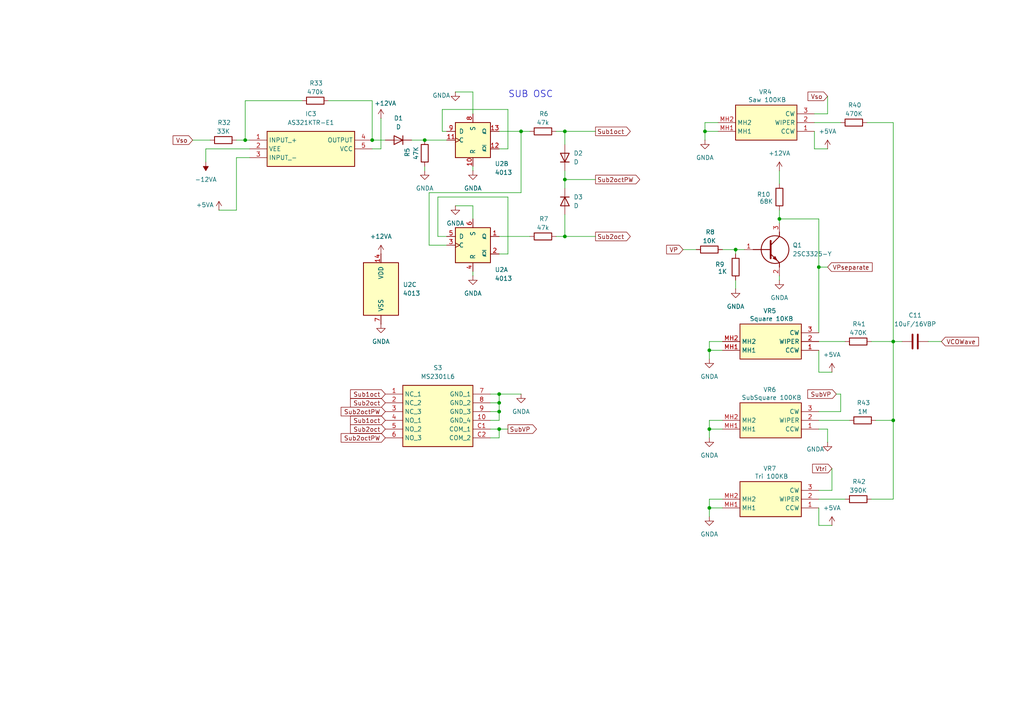
<source format=kicad_sch>
(kicad_sch (version 20250114) (generator "eeschema") (generator_version "9.0")
  (paper "A4")
  (lib_symbols
    (symbol "4xxx:4013" (pin_names (offset 1.016))
      (property "Reference" "U" (at -7.62 8.89 0))
      (property "Value" "4013" (at -7.62 -8.89 0))
      (symbol "4013_1_1"
        (rectangle (start -5.08 5.08) (end 5.08 -5.08) (stroke (width 0.254)) (fill (type background)))
        (pin input line (at -7.62 2.54 0) (length 2.54) (name "D") (number "5"))
        (pin input clock (at -7.62 0 0) (length 2.54) (name "C") (number "3"))
        (pin input line (at 0 7.62 270) (length 2.54) (name "S") (number "6"))
        (pin input line (at 0 -7.62 90) (length 2.54) (name "R") (number "4"))
        (pin output line (at 7.62 2.54 180) (length 2.54) (name "Q") (number "1"))
        (pin output line (at 7.62 -2.54 180) (length 2.54) (name "~{Q}") (number "2"))
      )
      (symbol "4013_2_1"
        (rectangle (start -5.08 5.08) (end 5.08 -5.08) (stroke (width 0.254)) (fill (type background)))
        (pin input line (at -7.62 2.54 0) (length 2.54) (name "D") (number "9"))
        (pin input clock (at -7.62 0 0) (length 2.54) (name "C") (number "11"))
        (pin input line (at 0 7.62 270) (length 2.54) (name "S") (number "8"))
        (pin input line (at 0 -7.62 90) (length 2.54) (name "R") (number "10"))
        (pin output line (at 7.62 2.54 180) (length 2.54) (name "Q") (number "13"))
        (pin output line (at 7.62 -2.54 180) (length 2.54) (name "~{Q}") (number "12"))
      )
      (symbol "4013_3_0"
        (pin power_in line (at 0 10.16 270) (length 2.54) (name "VDD") (number "14"))
        (pin power_in line (at 0 -10.16 90) (length 2.54) (name "VSS") (number "7"))
      )
      (symbol "4013_3_1"
        (rectangle (start -5.08 7.62) (end 5.08 -7.62) (stroke (width 0.254)) (fill (type background)))
      )
    )
    (symbol "Device:C" (pin_numbers (hide yes)) (pin_names (offset 0.254))
      (property "Reference" "C" (at 0.635 2.54 0))
      (property "Value" "C" (at 0.635 -2.54 0))
      (symbol "C_0_1"
        (polyline (pts (xy -2.032 0.762) (xy 2.032 0.762)) (stroke (width 0.508)))
        (polyline (pts (xy -2.032 -0.762) (xy 2.032 -0.762)) (stroke (width 0.508)))
      )
      (symbol "C_1_1"
        (pin passive line (at 0 3.81 270) (length 2.794) (name "~") (number "1"))
        (pin passive line (at 0 -3.81 90) (length 2.794) (name "~") (number "2"))
      )
    )
    (symbol "Device:D" (pin_numbers (hide yes)) (pin_names (offset 1.016) (hide yes))
      (property "Reference" "D" (at 0 2.54 0))
      (property "Value" "D" (at 0 -2.54 0))
      (symbol "D_0_1"
        (polyline (pts (xy -1.27 1.27) (xy -1.27 -1.27)) (stroke (width 0.254)))
        (polyline (pts (xy 1.27 1.27) (xy 1.27 -1.27) (xy -1.27 0) (xy 1.27 1.27)) (stroke (width 0.254)))
        (polyline (pts (xy 1.27 0) (xy -1.27 0)))
      )
      (symbol "D_1_1"
        (pin passive line (at -3.81 0 0) (length 2.54) (name "K") (number "1"))
        (pin passive line (at 3.81 0 180) (length 2.54) (name "A") (number "2"))
      )
    )
    (symbol "Device:R" (pin_numbers (hide yes)) (pin_names (offset 0))
      (property "Reference" "R" (at 2.032 0 90))
      (property "Value" "R" (at 0 0 90))
      (symbol "R_0_1"
        (rectangle (start -1.016 -2.54) (end 1.016 2.54) (stroke (width 0.254)))
      )
      (symbol "R_1_1"
        (pin passive line (at 0 3.81 270) (length 1.27) (name "~") (number "1"))
        (pin passive line (at 0 -3.81 90) (length 1.27) (name "~") (number "2"))
      )
    )
    (symbol "SamacSys_Parts:2SC3325-Y" (pin_names (hide yes))
      (property "Reference" "Q" (at 13.97 1.27 0))
      (property "Value" "2SC3325-Y" (at 13.97 -1.27 0))
      (symbol "2SC3325-Y_1_1"
        (polyline (pts (xy 2.54 0) (xy 7.62 0)) (stroke (width 0.254)))
        (polyline (pts (xy 7.62 2.54) (xy 7.62 -2.54)) (stroke (width 0.508)))
        (polyline (pts (xy 7.62 1.27) (xy 10.16 3.81)) (stroke (width 0.254)))
        (polyline (pts (xy 7.62 -1.27) (xy 10.16 -3.81)) (stroke (width 0.254)))
        (polyline (pts (xy 8.382 -2.54) (xy 8.89 -2.032) (xy 9.398 -3.048) (xy 8.382 -2.54)) (stroke (width 0.254)) (fill (type outline)))
        (circle (center 8.89 0) (radius 4.016) (stroke (width 0.254)))
        (polyline (pts (xy 10.16 3.81) (xy 10.16 5.08)) (stroke (width 0.254)))
        (polyline (pts (xy 10.16 -3.81) (xy 10.16 -5.08)) (stroke (width 0.254)))
        (pin passive line (at 0 0 0) (length 2.54) (name "B") (number "1"))
        (pin passive line (at 10.16 7.62 270) (length 2.54) (name "C") (number "3"))
        (pin passive line (at 10.16 -7.62 90) (length 2.54) (name "E") (number "2"))
      )
    )
    (symbol "SamacSys_Parts:AS321KTR-E1"
      (property "Reference" "D" (at 31.75 7.62 0))
      (property "Value" "AS321KTR-E1" (at 31.75 5.08 0))
      (symbol "AS321KTR-E1_1_1"
        (rectangle (start 5.08 2.54) (end 30.48 -7.62) (stroke (width 0.254)) (fill (type background)))
        (pin passive line (at 0 0 0) (length 5.08) (name "INPUT_+") (number "1"))
        (pin passive line (at 0 -2.54 0) (length 5.08) (name "VEE") (number "2"))
        (pin passive line (at 0 -5.08 0) (length 5.08) (name "INPUT_-") (number "3"))
        (pin passive line (at 35.56 0 180) (length 5.08) (name "OUTPUT") (number "4"))
        (pin passive line (at 35.56 -2.54 180) (length 5.08) (name "VCC") (number "5"))
      )
    )
    (symbol "SamacSys_Parts:MS2301L6"
      (property "Reference" "S" (at 26.67 7.62 0))
      (property "Value" "MS2301L6" (at 26.67 5.08 0))
      (symbol "MS2301L6_1_1"
        (rectangle (start 5.08 2.54) (end 25.4 -15.24) (stroke (width 0.254)) (fill (type background)))
        (pin passive line (at 0 0 0) (length 5.08) (name "NC_1") (number "1"))
        (pin passive line (at 0 -2.54 0) (length 5.08) (name "NC_2") (number "2"))
        (pin passive line (at 0 -5.08 0) (length 5.08) (name "NC_3") (number "3"))
        (pin passive line (at 0 -7.62 0) (length 5.08) (name "NO_1") (number "4"))
        (pin passive line (at 0 -10.16 0) (length 5.08) (name "NO_2") (number "5"))
        (pin passive line (at 0 -12.7 0) (length 5.08) (name "NO_3") (number "6"))
        (pin passive line (at 30.48 0 180) (length 5.08) (name "GND_1") (number "7"))
        (pin passive line (at 30.48 -2.54 180) (length 5.08) (name "GND_2") (number "8"))
        (pin passive line (at 30.48 -5.08 180) (length 5.08) (name "GND_3") (number "9"))
        (pin passive line (at 30.48 -7.62 180) (length 5.08) (name "GND_4") (number "10"))
        (pin passive line (at 30.48 -10.16 180) (length 5.08) (name "COM_1") (number "C1"))
        (pin passive line (at 30.48 -12.7 180) (length 5.08) (name "COM_2") (number "C2"))
      )
    )
    (symbol "SamacSys_Parts:RK09D117000B"
      (property "Reference" "VR" (at 24.13 7.62 0))
      (property "Value" "RK09D117000B" (at 24.13 5.08 0))
      (symbol "RK09D117000B_1_1"
        (rectangle (start 5.08 2.54) (end 22.86 -7.62) (stroke (width 0.254)) (fill (type background)))
        (pin passive line (at 0 0 0) (length 5.08) (name "CCW") (number "1"))
        (pin passive line (at 0 -2.54 0) (length 5.08) (name "WIPER") (number "2"))
        (pin passive line (at 0 -5.08 0) (length 5.08) (name "CW") (number "3"))
        (pin passive line (at 27.94 0 180) (length 5.08) (name "MH1") (number "MH1"))
        (pin passive line (at 27.94 -2.54 180) (length 5.08) (name "MH2") (number "MH2"))
      )
    )
    (symbol "power:+12VA" (power) (pin_numbers (hide yes)) (pin_names (offset 0) (hide yes))
      (property "Value" "+12VA" (at 0 3.556 0))
      (symbol "+12VA_0_1"
        (polyline (pts (xy -0.762 1.27) (xy 0 2.54)))
        (polyline (pts (xy 0 2.54) (xy 0.762 1.27)))
        (polyline (pts (xy 0 0) (xy 0 2.54)))
      )
      (symbol "+12VA_1_1"
        (pin power_in line (at 0 0 90) (length 0) (name "~") (number "1"))
      )
    )
    (symbol "power:+5VA" (power) (pin_numbers (hide yes)) (pin_names (offset 0) (hide yes))
      (property "Value" "+5VA" (at 0 3.556 0))
      (symbol "+5VA_0_1"
        (polyline (pts (xy -0.762 1.27) (xy 0 2.54)))
        (polyline (pts (xy 0 2.54) (xy 0.762 1.27)))
        (polyline (pts (xy 0 0) (xy 0 2.54)))
      )
      (symbol "+5VA_1_1"
        (pin power_in line (at 0 0 90) (length 0) (name "~") (number "1"))
      )
    )
    (symbol "power:-12VA" (power) (pin_numbers (hide yes)) (pin_names (offset 0) (hide yes))
      (property "Value" "-12VA" (at 0 3.556 0))
      (symbol "-12VA_0_0"
        (pin power_in line (at 0 0 90) (length 0) (name "~") (number "1"))
      )
      (symbol "-12VA_0_1"
        (polyline (pts (xy 0 0) (xy 0 1.27) (xy 0.762 1.27) (xy 0 2.54) (xy -0.762 1.27) (xy 0 1.27)) (fill (type outline)))
      )
    )
    (symbol "power:GNDA" (power) (pin_numbers (hide yes)) (pin_names (offset 0) (hide yes))
      (property "Value" "GNDA" (at 0 -3.81 0))
      (symbol "GNDA_0_1"
        (polyline (pts (xy 0 0) (xy 0 -1.27) (xy 1.27 -1.27) (xy 0 -2.54) (xy -1.27 -1.27) (xy 0 -1.27)))
      )
      (symbol "GNDA_1_1"
        (pin power_in line (at 0 0 270) (length 0) (name "~") (number "1"))
      )
    )
  )
  (text "SUB OSC" (at 153.924 27.432 0) (effects (font (size 1.905 1.905))))
  (junction (at 163.83 52.07))
  (junction (at 144.78 119.38))
  (junction (at 205.74 124.46))
  (junction (at 144.78 124.46))
  (junction (at 259.08 121.92))
  (junction (at 163.83 38.1))
  (junction (at 123.19 40.64))
  (junction (at 205.74 101.6))
  (junction (at 204.47 38.1))
  (junction (at 163.83 68.58))
  (junction (at 71.12 40.64))
  (junction (at 226.06 63.5))
  (junction (at 144.78 116.84))
  (junction (at 213.36 72.39))
  (junction (at 144.78 114.3))
  (junction (at 205.74 147.32))
  (junction (at 107.95 40.64))
  (junction (at 259.08 99.06))
  (junction (at 151.13 38.1))
  (junction (at 237.49 77.47))
  (wire (pts (xy 163.83 38.1) (xy 163.83 41.91)))
  (wire (pts (xy 209.55 144.78) (xy 205.74 144.78)))
  (wire (pts (xy 144.78 116.84) (xy 144.78 114.3)))
  (wire (pts (xy 127 57.15) (xy 127 68.58)))
  (wire (pts (xy 68.58 45.72) (xy 72.39 45.72)))
  (wire (pts (xy 163.83 68.58) (xy 172.72 68.58)))
  (wire (pts (xy 205.74 99.06) (xy 205.74 101.6)))
  (wire (pts (xy 237.49 152.4) (xy 237.49 147.32)))
  (wire (pts (xy 147.32 73.66) (xy 147.32 57.15)))
  (wire (pts (xy 124.46 71.12) (xy 129.54 71.12)))
  (wire (pts (xy 123.19 40.64) (xy 129.54 40.64)))
  (wire (pts (xy 237.49 124.46) (xy 240.03 124.46)))
  (wire (pts (xy 213.36 72.39) (xy 215.9 72.39)))
  (wire (pts (xy 243.84 114.3) (xy 242.57 114.3)))
  (wire (pts (xy 240.03 33.02) (xy 236.22 33.02)))
  (wire (pts (xy 144.78 124.46) (xy 147.32 124.46)))
  (wire (pts (xy 236.22 43.18) (xy 236.22 38.1)))
  (wire (pts (xy 142.24 119.38) (xy 144.78 119.38)))
  (wire (pts (xy 208.28 35.56) (xy 204.47 35.56)))
  (wire (pts (xy 147.32 57.15) (xy 127 57.15)))
  (wire (pts (xy 208.28 38.1) (xy 204.47 38.1)))
  (wire (pts (xy 151.13 38.1) (xy 151.13 55.88)))
  (wire (pts (xy 124.46 55.88) (xy 124.46 71.12)))
  (wire (pts (xy 237.49 99.06) (xy 245.11 99.06)))
  (wire (pts (xy 172.72 52.07) (xy 163.83 52.07)))
  (wire (pts (xy 259.08 99.06) (xy 261.62 99.06)))
  (wire (pts (xy 240.03 27.94) (xy 240.03 33.02)))
  (wire (pts (xy 237.49 144.78) (xy 245.11 144.78)))
  (wire (pts (xy 63.5 60.96) (xy 68.58 60.96)))
  (wire (pts (xy 252.73 144.78) (xy 259.08 144.78)))
  (wire (pts (xy 259.08 144.78) (xy 259.08 121.92)))
  (wire (pts (xy 137.16 78.74) (xy 137.16 80.01)))
  (wire (pts (xy 209.55 147.32) (xy 205.74 147.32)))
  (wire (pts (xy 142.24 124.46) (xy 144.78 124.46)))
  (wire (pts (xy 144.78 121.92) (xy 144.78 119.38)))
  (wire (pts (xy 107.95 40.64) (xy 111.76 40.64)))
  (wire (pts (xy 119.38 40.64) (xy 123.19 40.64)))
  (wire (pts (xy 198.12 72.39) (xy 201.93 72.39)))
  (wire (pts (xy 204.47 35.56) (xy 204.47 38.1)))
  (wire (pts (xy 204.47 38.1) (xy 204.47 40.64)))
  (wire (pts (xy 71.12 40.64) (xy 71.12 29.21)))
  (wire (pts (xy 226.06 60.96) (xy 226.06 63.5)))
  (wire (pts (xy 259.08 99.06) (xy 259.08 121.92)))
  (wire (pts (xy 252.73 99.06) (xy 259.08 99.06)))
  (wire (pts (xy 205.74 124.46) (xy 205.74 127)))
  (wire (pts (xy 95.25 29.21) (xy 107.95 29.21)))
  (wire (pts (xy 209.55 72.39) (xy 213.36 72.39)))
  (wire (pts (xy 163.83 62.23) (xy 163.83 68.58)))
  (wire (pts (xy 243.84 119.38) (xy 243.84 114.3)))
  (wire (pts (xy 241.3 107.95) (xy 237.49 107.95)))
  (wire (pts (xy 128.27 38.1) (xy 129.54 38.1)))
  (wire (pts (xy 132.08 59.69) (xy 137.16 59.69)))
  (wire (pts (xy 107.95 29.21) (xy 107.95 40.64)))
  (wire (pts (xy 209.55 121.92) (xy 205.74 121.92)))
  (wire (pts (xy 123.19 48.26) (xy 123.19 49.53)))
  (wire (pts (xy 209.55 101.6) (xy 205.74 101.6)))
  (wire (pts (xy 259.08 121.92) (xy 254 121.92)))
  (wire (pts (xy 161.29 38.1) (xy 163.83 38.1)))
  (wire (pts (xy 151.13 55.88) (xy 124.46 55.88)))
  (wire (pts (xy 163.83 49.53) (xy 163.83 52.07)))
  (wire (pts (xy 226.06 80.01) (xy 226.06 81.28)))
  (wire (pts (xy 142.24 127) (xy 144.78 127)))
  (wire (pts (xy 144.78 38.1) (xy 151.13 38.1)))
  (wire (pts (xy 144.78 114.3) (xy 151.13 114.3)))
  (wire (pts (xy 226.06 63.5) (xy 226.06 64.77)))
  (wire (pts (xy 237.49 77.47) (xy 240.03 77.47)))
  (wire (pts (xy 137.16 59.69) (xy 137.16 63.5)))
  (wire (pts (xy 144.78 43.18) (xy 147.32 43.18)))
  (wire (pts (xy 259.08 35.56) (xy 259.08 99.06)))
  (wire (pts (xy 237.49 119.38) (xy 243.84 119.38)))
  (wire (pts (xy 237.49 96.52) (xy 237.49 77.47)))
  (wire (pts (xy 68.58 40.64) (xy 71.12 40.64)))
  (wire (pts (xy 213.36 72.39) (xy 213.36 73.66)))
  (wire (pts (xy 142.24 121.92) (xy 144.78 121.92)))
  (wire (pts (xy 72.39 43.18) (xy 59.69 43.18)))
  (wire (pts (xy 241.3 142.24) (xy 237.49 142.24)))
  (wire (pts (xy 110.49 34.29) (xy 110.49 43.18)))
  (wire (pts (xy 128.27 31.75) (xy 128.27 38.1)))
  (wire (pts (xy 251.46 35.56) (xy 259.08 35.56)))
  (wire (pts (xy 71.12 40.64) (xy 72.39 40.64)))
  (wire (pts (xy 237.49 121.92) (xy 246.38 121.92)))
  (wire (pts (xy 137.16 26.67) (xy 137.16 33.02)))
  (wire (pts (xy 209.55 99.06) (xy 205.74 99.06)))
  (wire (pts (xy 142.24 116.84) (xy 144.78 116.84)))
  (wire (pts (xy 213.36 81.28) (xy 213.36 83.82)))
  (wire (pts (xy 144.78 68.58) (xy 153.67 68.58)))
  (wire (pts (xy 163.83 52.07) (xy 163.83 54.61)))
  (wire (pts (xy 71.12 29.21) (xy 87.63 29.21)))
  (wire (pts (xy 205.74 147.32) (xy 205.74 149.86)))
  (wire (pts (xy 236.22 35.56) (xy 243.84 35.56)))
  (wire (pts (xy 205.74 144.78) (xy 205.74 147.32)))
  (wire (pts (xy 163.83 68.58) (xy 161.29 68.58)))
  (wire (pts (xy 205.74 101.6) (xy 205.74 104.14)))
  (wire (pts (xy 144.78 119.38) (xy 144.78 116.84)))
  (wire (pts (xy 127 68.58) (xy 129.54 68.58)))
  (wire (pts (xy 68.58 60.96) (xy 68.58 45.72)))
  (wire (pts (xy 144.78 73.66) (xy 147.32 73.66)))
  (wire (pts (xy 137.16 48.26) (xy 137.16 49.53)))
  (wire (pts (xy 110.49 43.18) (xy 107.95 43.18)))
  (wire (pts (xy 59.69 43.18) (xy 59.69 46.99)))
  (wire (pts (xy 240.03 43.18) (xy 236.22 43.18)))
  (wire (pts (xy 147.32 43.18) (xy 147.32 31.75)))
  (wire (pts (xy 237.49 63.5) (xy 226.06 63.5)))
  (wire (pts (xy 226.06 49.53) (xy 226.06 53.34)))
  (wire (pts (xy 144.78 127) (xy 144.78 124.46)))
  (wire (pts (xy 269.24 99.06) (xy 273.05 99.06)))
  (wire (pts (xy 241.3 152.4) (xy 237.49 152.4)))
  (wire (pts (xy 147.32 31.75) (xy 128.27 31.75)))
  (wire (pts (xy 205.74 121.92) (xy 205.74 124.46)))
  (wire (pts (xy 142.24 114.3) (xy 144.78 114.3)))
  (wire (pts (xy 240.03 124.46) (xy 240.03 128.27)))
  (wire (pts (xy 151.13 38.1) (xy 153.67 38.1)))
  (wire (pts (xy 241.3 135.89) (xy 241.3 142.24)))
  (wire (pts (xy 237.49 107.95) (xy 237.49 101.6)))
  (wire (pts (xy 132.08 26.67) (xy 137.16 26.67)))
  (wire (pts (xy 55.88 40.64) (xy 60.96 40.64)))
  (wire (pts (xy 209.55 124.46) (xy 205.74 124.46)))
  (wire (pts (xy 237.49 63.5) (xy 237.49 77.47)))
  (wire (pts (xy 163.83 38.1) (xy 172.72 38.1)))
  (global_label "Sub2oct" (shape input) (at 111.76 116.84 180) (property "Intersheetrefs" "${INTERSHEET_REFS}" (effects (hide yes))))
  (global_label "Sub2oct" (shape input) (at 111.76 124.46 180) (property "Intersheetrefs" "${INTERSHEET_REFS}" (effects (hide yes))))
  (global_label "Sub2octPW" (shape input) (at 111.76 119.38 180) (property "Intersheetrefs" "${INTERSHEET_REFS}" (effects (hide yes))))
  (global_label "Vso" (shape input) (at 240.03 27.94 180) (property "Intersheetrefs" "${INTERSHEET_REFS}" (effects (hide yes))))
  (global_label "Sub2oct" (shape output) (at 172.72 68.58 0) (property "Intersheetrefs" "${INTERSHEET_REFS}" (effects (hide yes))))
  (global_label "VPseparate" (shape input) (at 240.03 77.47 0) (property "Intersheetrefs" "${INTERSHEET_REFS}" (effects (hide yes))))
  (global_label "Sub2octPW" (shape input) (at 111.76 127 180) (property "Intersheetrefs" "${INTERSHEET_REFS}" (effects (hide yes))))
  (global_label "VP" (shape input) (at 198.12 72.39 180) (property "Intersheetrefs" "${INTERSHEET_REFS}" (effects (hide yes))))
  (global_label "SubVP" (shape output) (at 147.32 124.46 0) (property "Intersheetrefs" "${INTERSHEET_REFS}" (effects (hide yes))))
  (global_label "Sub1oct" (shape input) (at 111.76 114.3 180) (property "Intersheetrefs" "${INTERSHEET_REFS}" (effects (hide yes))))
  (global_label "VCOWave" (shape input) (at 273.05 99.06 0) (property "Intersheetrefs" "${INTERSHEET_REFS}" (effects (hide yes))))
  (global_label "Sub2octPW" (shape output) (at 172.72 52.07 0) (property "Intersheetrefs" "${INTERSHEET_REFS}" (effects (hide yes))))
  (global_label "Sub1oct" (shape input) (at 111.76 121.92 180) (property "Intersheetrefs" "${INTERSHEET_REFS}" (effects (hide yes))))
  (global_label "SubVP" (shape input) (at 242.57 114.3 180) (property "Intersheetrefs" "${INTERSHEET_REFS}" (effects (hide yes))))
  (global_label "Sub1oct" (shape output) (at 172.72 38.1 0) (property "Intersheetrefs" "${INTERSHEET_REFS}" (effects (hide yes))))
  (global_label "Vtri" (shape input) (at 241.3 135.89 180) (property "Intersheetrefs" "${INTERSHEET_REFS}" (effects (hide yes))))
  (global_label "Vso" (shape input) (at 55.88 40.64 180) (property "Intersheetrefs" "${INTERSHEET_REFS}" (effects (hide yes))))
  (symbol (lib_id "power:-12VA") (at 59.69 46.99 180) (unit 1)
    (property "Reference" "#PWR032" (effects (hide yes)))
    (property "Value" "-12VA" (at 59.69 52.07 0))
    (property "Description" "Power symbol creates a global label with name \"-12VA\"" (effects (hide yes)))
  )
  (symbol (lib_id "SamacSys_Parts:RK09D117000B") (at 237.49 147.32 180) (unit 1)
    (property "Reference" "VR7" (at 223.266 135.89 0))
    (property "Value" "Tri 100KB" (at 223.774 138.176 0))
    (property "Footprint" "SamacSys_parts:RK09D117000B" (effects (hide yes)))
    (property "Datasheet" "https://tech.alpsalpine.com/prod/j/html/potentiometer/rotarypotentiometers/rk09k/rk09d117000b.html" (effects (hide yes)))
    (property "Description" "9-inch insulated shaft snap-in type RK09K/RK09D series" (effects (hide yes)))
    (property "Height" "30" (effects (hide yes)))
    (property "Manufacturer_Name" "ALPS Electric" (effects (hide yes)))
    (property "Manufacturer_Part_Number" "RK09D117000B" (effects (hide yes)))
    (property "Mouser Part Number" "688-RK09D117000B" (effects (hide yes)))
    (property "Mouser Price/Stock" "https://www.mouser.co.uk/ProductDetail/Alps-Alpine/RK09D117000B?qs=3cOf6TWd2rbc67829PEbEQ%3D%3D" (effects (hide yes)))
  )
  (symbol (lib_id "Device:R") (at 213.36 77.47 180) (unit 1)
    (property "Reference" "R38" (at 208.788 76.708 0))
    (property "Value" "1K" (at 209.55 78.74 0))
    (property "Footprint" "Resistor_THT:R_Axial_DIN0207_L6.3mm_D2.5mm_P2.54mm_Vertical" (effects (hide yes)))
    (property "Description" "Resistor" (effects (hide yes)))
    (instances (project "analogSeparate" (path "" (reference "R9") (unit 1))) (project "analogSeparate" (path "" (reference "R38") (unit 1))))
  )
  (symbol (lib_id "power:GNDA") (at 204.47 40.64 0) (unit 1)
    (property "Reference" "#PWR043" (effects (hide yes)))
    (property "Value" "GNDA" (at 204.47 45.72 0))
    (property "Description" "Power symbol creates a global label with name \"GNDA\" , analog ground" (effects (hide yes)))
  )
  (symbol (lib_id "power:GNDA") (at 110.49 93.98 0) (unit 1)
    (property "Reference" "#PWR036" (effects (hide yes)))
    (property "Value" "GNDA" (at 110.49 99.06 0))
    (property "Description" "Power symbol creates a global label with name \"GNDA\" , analog ground" (effects (hide yes)))
    (instances (project "analogSeparate" (path "" (reference "#PWR035") (unit 1))) (project "analogSeparate" (path "" (reference "#PWR036") (unit 1))))
  )
  (symbol (lib_id "power:GNDA") (at 205.74 127 0) (unit 1)
    (property "Reference" "#PWR045" (effects (hide yes)))
    (property "Value" "GNDA" (at 205.74 132.08 0))
    (property "Description" "Power symbol creates a global label with name \"GNDA\" , analog ground" (effects (hide yes)))
  )
  (symbol (lib_id "Device:R") (at 157.48 68.58 90) (unit 1)
    (property "Reference" "R36" (at 157.734 63.5 90))
    (property "Value" "47k" (at 157.48 66.04 90))
    (property "Footprint" "Resistor_THT:R_Axial_DIN0207_L6.3mm_D2.5mm_P2.54mm_Vertical" (effects (hide yes)))
    (property "Description" "Resistor" (effects (hide yes)))
    (instances (project "analogSeparate" (path "" (reference "R7") (unit 1))) (project "analogSeparate" (path "" (reference "R36") (unit 1))))
  )
  (symbol (lib_id "SamacSys_Parts:AS321KTR-E1") (at 72.39 40.64 0) (unit 1)
    (property "Reference" "IC3" (at 90.17 33.02 0))
    (property "Value" "AS321KTR-E1" (at 90.17 35.56 0))
    (property "Footprint" "SamacSys_parts:SOT95P282X145-5N" (effects (hide yes)))
    (property "Datasheet" "https://www.diodes.com//assets/Datasheets/AS321.pdf" (effects (hide yes)))
    (property "Description" "Excellent Phase Margin: 60 deg.  Large Voltage Gain: 100dB (Typical)  Low Input Bias Current: 20nA (Typical)  Low Input Offset Voltage: 2mV (Typical)  Low Supply Current: 0.35mA at VCC = 5V  Wide Power Supply Voltage:  Single Supply: 3V to 36V  Dual Supplies: +/-1.5V to +/-18V  Wide Input Common Mode Voltage Range: 0V to VCC-1.5V  Lead-Free Packages: SOT25  Totally Lead-Free; RoHS Compliant (Notes 1 & 2)  Lead-Free Packages, Available in Green Molding Compound: SOT25  Totally Lead-F" (effects (hide yes)))
    (property "Height" "1.45" (effects (hide yes)))
    (property "Manufacturer_Name" "Diodes Incorporated" (effects (hide yes)))
    (property "Manufacturer_Part_Number" "AS321KTR-E1" (effects (hide yes)))
    (property "Mouser Part Number" "621-AS321KTR-E1" (effects (hide yes)))
    (property "Mouser Price/Stock" "https://www.mouser.co.uk/ProductDetail/Diodes-Incorporated/AS321KTR-E1?qs=5V6w%252Be2aIqbJH6DETpx4Lw%3D%3D" (effects (hide yes)))
    (property "Arrow Part Number" "AS321KTR-E1" (effects (hide yes)))
    (property "Arrow Price/Stock" "https://www.arrow.com/en/products/as321ktr-e1/diodes-incorporated?region=nac" (effects (hide yes)))
  )
  (symbol (lib_id "Device:D") (at 115.57 40.64 180) (unit 1)
    (property "Reference" "D1" (at 115.57 34.29 0))
    (property "Value" "D" (at 115.57 36.83 0))
    (property "Footprint" "Diode_THT:D_DO-15_P2.54mm_Vertical_AnodeUp" (effects (hide yes)))
    (property "Description" "Diode" (effects (hide yes)))
    (property "Sim.Device" "D" (effects (hide yes)))
    (property "Sim.Pins" "1=K 2=A" (effects (hide yes)))
  )
  (symbol (lib_id "SamacSys_Parts:MS2301L6") (at 111.76 114.3 0) (unit 1)
    (property "Reference" "S3" (at 127 106.68 0))
    (property "Value" "MS2301L6" (at 127 109.22 0))
    (property "Footprint" "SamacSys_parts:MS2301L6" (effects (hide yes)))
    (property "Datasheet" "https://www.citrelay.com/Catalog%20Pages/SwitchCatalog/MS2301.pdf" (effects (hide yes)))
    (property "Description" "SLIDE SWITCH DP3T 200MA 30VDC" (effects (hide yes)))
    (property "Height" "14.1" (effects (hide yes)))
    (property "Manufacturer_Name" "CIT Relay & Switch" (effects (hide yes)))
    (property "Manufacturer_Part_Number" "MS2301L6" (effects (hide yes)))
  )
  (symbol (lib_id "Device:R") (at 248.92 144.78 90) (unit 1)
    (property "Reference" "R42" (at 249.174 139.7 90))
    (property "Value" "390K" (at 248.92 142.24 90))
    (property "Footprint" "Resistor_THT:R_Axial_DIN0207_L6.3mm_D2.5mm_P2.54mm_Vertical" (effects (hide yes)))
    (property "Description" "Resistor" (effects (hide yes)))
  )
  (symbol (lib_id "power:GNDA") (at 205.74 149.86 0) (unit 1)
    (property "Reference" "#PWR046" (effects (hide yes)))
    (property "Value" "GNDA" (at 205.74 154.94 0))
    (property "Description" "Power symbol creates a global label with name \"GNDA\" , analog ground" (effects (hide yes)))
  )
  (symbol (lib_id "power:+5VA") (at 241.3 107.95 0) (unit 1)
    (property "Reference" "#PWR052" (effects (hide yes)))
    (property "Value" "+5VA" (at 241.3 102.87 0))
    (property "Description" "Power symbol creates a global label with name \"+5VA\"" (effects (hide yes)))
  )
  (symbol (lib_id "4xxx:4013") (at 137.16 40.64 0) (unit 2)
    (property "Reference" "IC4" (at 143.51 47.498 0) (effects (justify left)))
    (property "Value" "4013" (at 143.51 50.038 0) (effects (justify left)))
    (property "Footprint" "Package_SO:SOIC-14_3.9x8.7mm_P1.27mm" (effects (hide yes)))
    (property "Datasheet" "http://www.onsemi.com/pub/Collateral/MC14013B-D.PDF" (effects (hide yes)))
    (property "Description" "Dual D  FlipFlop, Set & reset" (effects (hide yes)))
    (instances (project "analogSeparate" (path "" (reference "U2") (unit 2))) (project "analogSeparate" (path "" (reference "IC4") (unit 2))))
  )
  (symbol (lib_id "4xxx:4013") (at 110.49 83.82 0) (unit 3)
    (property "Reference" "IC4" (at 116.84 82.5499 0) (effects (justify left)))
    (property "Value" "4013" (at 116.84 85.0899 0) (effects (justify left)))
    (property "Footprint" "Package_SO:SOIC-14_3.9x8.7mm_P1.27mm" (effects (hide yes)))
    (property "Datasheet" "http://www.onsemi.com/pub/Collateral/MC14013B-D.PDF" (effects (hide yes)))
    (property "Description" "Dual D  FlipFlop, Set & reset" (effects (hide yes)))
    (instances (project "analogSeparate" (path "" (reference "U2") (unit 3))) (project "analogSeparate" (path "" (reference "IC4") (unit 3))))
  )
  (symbol (lib_id "power:+5VA") (at 240.03 43.18 0) (unit 1)
    (property "Reference" "#PWR050" (effects (hide yes)))
    (property "Value" "+5VA" (at 240.03 38.1 0))
    (property "Description" "Power symbol creates a global label with name \"+5VA\"" (effects (hide yes)))
  )
  (symbol (lib_id "Device:R") (at 226.06 57.15 180) (unit 1)
    (property "Reference" "R39" (at 221.488 56.388 0))
    (property "Value" "68K" (at 222.25 58.42 0))
    (property "Footprint" "Resistor_THT:R_Axial_DIN0207_L6.3mm_D2.5mm_P2.54mm_Vertical" (effects (hide yes)))
    (property "Description" "Resistor" (effects (hide yes)))
    (instances (project "analogSeparate" (path "" (reference "R10") (unit 1))) (project "analogSeparate" (path "" (reference "R39") (unit 1))))
  )
  (symbol (lib_id "power:GNDA") (at 240.03 128.27 0) (unit 1)
    (property "Reference" "#PWR051" (effects (hide yes)))
    (property "Value" "GNDA" (at 236.474 130.302 0))
    (property "Description" "Power symbol creates a global label with name \"GNDA\" , analog ground" (effects (hide yes)))
  )
  (symbol (lib_id "Device:R") (at 123.19 44.45 180) (unit 1)
    (property "Reference" "R34" (at 118.11 44.196 90))
    (property "Value" "47K" (at 120.65 44.45 90))
    (property "Footprint" "Resistor_THT:R_Axial_DIN0207_L6.3mm_D2.5mm_P2.54mm_Vertical" (effects (hide yes)))
    (property "Description" "Resistor" (effects (hide yes)))
    (instances (project "analogSeparate" (path "" (reference "R5") (unit 1))) (project "analogSeparate" (path "" (reference "R34") (unit 1))))
  )
  (symbol (lib_id "power:GNDA") (at 151.13 114.3 0) (unit 1)
    (property "Reference" "#PWR042" (effects (hide yes)))
    (property "Value" "GNDA" (at 151.13 119.38 0))
    (property "Description" "Power symbol creates a global label with name \"GNDA\" , analog ground" (effects (hide yes)))
  )
  (symbol (lib_id "power:GNDA") (at 226.06 81.28 0) (unit 1)
    (property "Reference" "#PWR049" (effects (hide yes)))
    (property "Value" "GNDA" (at 226.06 86.36 0))
    (property "Description" "Power symbol creates a global label with name \"GNDA\" , analog ground" (effects (hide yes)))
    (instances (project "analogSeparate" (path "" (reference "#PWR045") (unit 1))) (project "analogSeparate" (path "" (reference "#PWR049") (unit 1))))
  )
  (symbol (lib_id "SamacSys_Parts:2SC3325-Y") (at 215.9 72.39 0) (unit 1)
    (property "Reference" "Q1" (at 229.87 71.1199 0) (effects (justify left)))
    (property "Value" "2SC3325-Y" (at 229.87 73.6599 0) (effects (justify left)))
    (property "Footprint" "SamacSys_parts:2SC3325YLF" (effects (hide yes)))
    (property "Datasheet" "https://toshiba.semicon-storage.com/info/docget.jsp?did=19247&prodName=2SC3325" (effects (hide yes)))
    (property "Description" "Transistor for low frequency small-signal amplification" (effects (hide yes)))
    (property "Height" "1" (effects (hide yes)))
    (property "Manufacturer_Name" "Toshiba" (effects (hide yes)))
    (property "Manufacturer_Part_Number" "2SC3325-Y" (effects (hide yes)))
  )
  (symbol (lib_id "Device:R") (at 250.19 121.92 90) (unit 1)
    (property "Reference" "R43" (at 250.444 116.84 90))
    (property "Value" "1M" (at 250.19 119.38 90))
    (property "Footprint" "Resistor_THT:R_Axial_DIN0207_L6.3mm_D2.5mm_P2.54mm_Vertical" (effects (hide yes)))
    (property "Description" "Resistor" (effects (hide yes)))
  )
  (symbol (lib_id "power:GNDA") (at 205.74 104.14 0) (unit 1)
    (property "Reference" "#PWR044" (effects (hide yes)))
    (property "Value" "GNDA" (at 205.74 109.22 0))
    (property "Description" "Power symbol creates a global label with name \"GNDA\" , analog ground" (effects (hide yes)))
  )
  (symbol (lib_id "Device:R") (at 247.65 35.56 90) (unit 1)
    (property "Reference" "R40" (at 247.904 30.48 90))
    (property "Value" "470K" (at 247.65 33.02 90))
    (property "Footprint" "Resistor_THT:R_Axial_DIN0207_L6.3mm_D2.5mm_P2.54mm_Vertical" (effects (hide yes)))
    (property "Description" "Resistor" (effects (hide yes)))
  )
  (symbol (lib_id "power:GNDA") (at 137.16 80.01 0) (unit 1)
    (property "Reference" "#PWR041" (effects (hide yes)))
    (property "Value" "GNDA" (at 137.16 85.09 0))
    (property "Description" "Power symbol creates a global label with name \"GNDA\" , analog ground" (effects (hide yes)))
    (instances (project "analogSeparate" (path "" (reference "#PWR037") (unit 1))) (project "analogSeparate" (path "" (reference "#PWR041") (unit 1))))
  )
  (symbol (lib_id "Device:R") (at 248.92 99.06 90) (unit 1)
    (property "Reference" "R41" (at 249.174 93.98 90))
    (property "Value" "470K" (at 248.92 96.52 90))
    (property "Footprint" "Resistor_THT:R_Axial_DIN0207_L6.3mm_D2.5mm_P2.54mm_Vertical" (effects (hide yes)))
    (property "Description" "Resistor" (effects (hide yes)))
  )
  (symbol (lib_id "Device:D") (at 163.83 58.42 270) (unit 1)
    (property "Reference" "D3" (at 166.37 57.1499 90) (effects (justify left)))
    (property "Value" "D" (at 166.37 59.6899 90) (effects (justify left)))
    (property "Footprint" "Diode_THT:D_DO-15_P2.54mm_Vertical_AnodeUp" (effects (hide yes)))
    (property "Description" "Diode" (effects (hide yes)))
    (property "Sim.Device" "D" (effects (hide yes)))
    (property "Sim.Pins" "1=K 2=A" (effects (hide yes)))
  )
  (symbol (lib_id "power:GNDA") (at 123.19 49.53 0) (unit 1)
    (property "Reference" "#PWR037" (effects (hide yes)))
    (property "Value" "GNDA" (at 123.19 54.61 0))
    (property "Description" "Power symbol creates a global label with name \"GNDA\" , analog ground" (effects (hide yes)))
    (instances (project "analogSeparate" (path "" (reference "#PWR038") (unit 1))) (project "analogSeparate" (path "" (reference "#PWR037") (unit 1))))
  )
  (symbol (lib_id "power:GNDA") (at 137.16 49.53 0) (unit 1)
    (property "Reference" "#PWR040" (effects (hide yes)))
    (property "Value" "GNDA" (at 137.16 54.61 0))
    (property "Description" "Power symbol creates a global label with name \"GNDA\" , analog ground" (effects (hide yes)))
    (instances (project "analogSeparate" (path "" (reference "#PWR041") (unit 1))) (project "analogSeparate" (path "" (reference "#PWR040") (unit 1))))
  )
  (symbol (lib_id "power:+12VA") (at 110.49 34.29 0) (unit 1)
    (property "Reference" "#PWR034" (effects (hide yes)))
    (property "Value" "+12VA" (at 111.76 29.972 0))
    (property "Description" "Power symbol creates a global label with name \"+12VA\"" (effects (hide yes)))
  )
  (symbol (lib_id "Device:C") (at 265.43 99.06 90) (unit 1)
    (property "Reference" "C11" (at 265.43 91.44 90))
    (property "Value" "10uF/16VBP" (at 265.43 93.98 90))
    (property "Footprint" "Capacitor_THT:CP_Radial_D5.0mm_P2.50mm" (effects (hide yes)))
    (property "Description" "Unpolarized capacitor" (effects (hide yes)))
  )
  (symbol (lib_id "power:+5VA") (at 63.5 60.96 0) (unit 1)
    (property "Reference" "#PWR033" (effects (hide yes)))
    (property "Value" "+5VA" (at 59.436 59.436 0))
    (property "Description" "Power symbol creates a global label with name \"+5VA\"" (effects (hide yes)))
  )
  (symbol (lib_id "power:+12VA") (at 226.06 49.53 0) (unit 1)
    (property "Reference" "#PWR048" (effects (hide yes)))
    (property "Value" "+12VA" (at 226.06 44.45 0))
    (property "Description" "Power symbol creates a global label with name \"+12VA\"" (effects (hide yes)))
    (instances (project "analogSeparate" (path "" (reference "#PWR046") (unit 1))) (project "analogSeparate" (path "" (reference "#PWR048") (unit 1))))
  )
  (symbol (lib_id "Device:R") (at 91.44 29.21 90) (unit 1)
    (property "Reference" "R33" (at 91.694 24.13 90))
    (property "Value" "470k" (at 91.44 26.67 90))
    (property "Footprint" "Resistor_THT:R_Axial_DIN0207_L6.3mm_D2.5mm_P2.54mm_Vertical" (effects (hide yes)))
    (property "Description" "Resistor" (effects (hide yes)))
  )
  (symbol (lib_id "Device:R") (at 157.48 38.1 90) (unit 1)
    (property "Reference" "R35" (at 157.734 33.02 90))
    (property "Value" "47k" (at 157.48 35.56 90))
    (property "Footprint" "Resistor_THT:R_Axial_DIN0207_L6.3mm_D2.5mm_P2.54mm_Vertical" (effects (hide yes)))
    (property "Description" "Resistor" (effects (hide yes)))
    (instances (project "analogSeparate" (path "" (reference "R6") (unit 1))) (project "analogSeparate" (path "" (reference "R35") (unit 1))))
  )
  (symbol (lib_id "SamacSys_Parts:RK09D117000B") (at 237.49 101.6 180) (unit 1)
    (property "Reference" "VR5" (at 223.266 90.17 0))
    (property "Value" "Square 10KB" (at 223.774 92.456 0))
    (property "Footprint" "SamacSys_parts:RK09D117000B" (effects (hide yes)))
    (property "Datasheet" "https://tech.alpsalpine.com/prod/j/html/potentiometer/rotarypotentiometers/rk09k/rk09d117000b.html" (effects (hide yes)))
    (property "Description" "9-inch insulated shaft snap-in type RK09K/RK09D series" (effects (hide yes)))
    (property "Height" "30" (effects (hide yes)))
    (property "Manufacturer_Name" "ALPS Electric" (effects (hide yes)))
    (property "Manufacturer_Part_Number" "RK09D117000B" (effects (hide yes)))
    (property "Mouser Part Number" "688-RK09D117000B" (effects (hide yes)))
    (property "Mouser Price/Stock" "https://www.mouser.co.uk/ProductDetail/Alps-Alpine/RK09D117000B?qs=3cOf6TWd2rbc67829PEbEQ%3D%3D" (effects (hide yes)))
  )
  (symbol (lib_id "4xxx:4013") (at 137.16 71.12 0) (unit 1)
    (property "Reference" "IC4" (at 143.51 78.232 0) (effects (justify left)))
    (property "Value" "4013" (at 143.51 80.772 0) (effects (justify left)))
    (property "Footprint" "Package_SO:SOIC-14_3.9x8.7mm_P1.27mm" (effects (hide yes)))
    (property "Datasheet" "http://www.onsemi.com/pub/Collateral/MC14013B-D.PDF" (effects (hide yes)))
    (property "Description" "Dual D  FlipFlop, Set & reset" (effects (hide yes)))
    (instances (project "analogSeparate" (path "" (reference "U2") (unit 1))) (project "analogSeparate" (path "" (reference "IC4") (unit 1))))
  )
  (symbol (lib_id "power:+5VA") (at 241.3 152.4 0) (unit 1)
    (property "Reference" "#PWR053" (effects (hide yes)))
    (property "Value" "+5VA" (at 241.3 147.32 0))
    (property "Description" "Power symbol creates a global label with name \"+5VA\"" (effects (hide yes)))
  )
  (symbol (lib_id "Device:R") (at 205.74 72.39 90) (unit 1)
    (property "Reference" "R37" (at 205.994 67.31 90))
    (property "Value" "10K" (at 205.74 69.85 90))
    (property "Footprint" "Resistor_THT:R_Axial_DIN0207_L6.3mm_D2.5mm_P2.54mm_Vertical" (effects (hide yes)))
    (property "Description" "Resistor" (effects (hide yes)))
    (instances (project "analogSeparate" (path "" (reference "R8") (unit 1))) (project "analogSeparate" (path "" (reference "R37") (unit 1))))
  )
  (symbol (lib_id "SamacSys_Parts:RK09D117000B") (at 237.49 124.46 180) (unit 1)
    (property "Reference" "VR6" (at 223.266 113.03 0))
    (property "Value" "SubSquare 100KB" (at 223.774 115.316 0))
    (property "Footprint" "SamacSys_parts:RK09D117000B" (effects (hide yes)))
    (property "Datasheet" "https://tech.alpsalpine.com/prod/j/html/potentiometer/rotarypotentiometers/rk09k/rk09d117000b.html" (effects (hide yes)))
    (property "Description" "9-inch insulated shaft snap-in type RK09K/RK09D series" (effects (hide yes)))
    (property "Height" "30" (effects (hide yes)))
    (property "Manufacturer_Name" "ALPS Electric" (effects (hide yes)))
    (property "Manufacturer_Part_Number" "RK09D117000B" (effects (hide yes)))
    (property "Mouser Part Number" "688-RK09D117000B" (effects (hide yes)))
    (property "Mouser Price/Stock" "https://www.mouser.co.uk/ProductDetail/Alps-Alpine/RK09D117000B?qs=3cOf6TWd2rbc67829PEbEQ%3D%3D" (effects (hide yes)))
  )
  (symbol (lib_id "power:+12VA") (at 110.49 73.66 0) (unit 1)
    (property "Reference" "#PWR035" (effects (hide yes)))
    (property "Value" "+12VA" (at 110.49 68.58 0))
    (property "Description" "Power symbol creates a global label with name \"+12VA\"" (effects (hide yes)))
    (instances (project "analogSeparate" (path "" (reference "#PWR034") (unit 1))) (project "analogSeparate" (path "" (reference "#PWR035") (unit 1))))
  )
  (symbol (lib_id "Device:R") (at 64.77 40.64 90) (unit 1)
    (property "Reference" "R32" (at 65.024 35.56 90))
    (property "Value" "33K" (at 64.77 38.1 90))
    (property "Footprint" "Resistor_THT:R_Axial_DIN0207_L6.3mm_D2.5mm_P2.54mm_Vertical" (effects (hide yes)))
    (property "Description" "Resistor" (effects (hide yes)))
  )
  (symbol (lib_id "power:GNDA") (at 132.08 59.69 0) (unit 1)
    (property "Reference" "#PWR039" (effects (hide yes)))
    (property "Value" "GNDA" (at 132.08 64.77 0))
    (property "Description" "Power symbol creates a global label with name \"GNDA\" , analog ground" (effects (hide yes)))
    (instances (project "analogSeparate" (path "" (reference "#PWR040") (unit 1))) (project "analogSeparate" (path "" (reference "#PWR039") (unit 1))))
  )
  (symbol (lib_id "power:GNDA") (at 213.36 83.82 0) (unit 1)
    (property "Reference" "#PWR047" (effects (hide yes)))
    (property "Value" "GNDA" (at 213.36 88.9 0))
    (property "Description" "Power symbol creates a global label with name \"GNDA\" , analog ground" (effects (hide yes)))
    (instances (project "analogSeparate" (path "" (reference "#PWR044") (unit 1))) (project "analogSeparate" (path "" (reference "#PWR047") (unit 1))))
  )
  (symbol (lib_id "SamacSys_Parts:RK09D117000B") (at 236.22 38.1 180) (unit 1)
    (property "Reference" "VR4" (at 221.996 26.67 0))
    (property "Value" "Saw 100KB" (at 222.504 28.956 0))
    (property "Footprint" "SamacSys_parts:RK09D117000B" (effects (hide yes)))
    (property "Datasheet" "https://tech.alpsalpine.com/prod/j/html/potentiometer/rotarypotentiometers/rk09k/rk09d117000b.html" (effects (hide yes)))
    (property "Description" "9-inch insulated shaft snap-in type RK09K/RK09D series" (effects (hide yes)))
    (property "Height" "30" (effects (hide yes)))
    (property "Manufacturer_Name" "ALPS Electric" (effects (hide yes)))
    (property "Manufacturer_Part_Number" "RK09D117000B" (effects (hide yes)))
    (property "Mouser Part Number" "688-RK09D117000B" (effects (hide yes)))
    (property "Mouser Price/Stock" "https://www.mouser.co.uk/ProductDetail/Alps-Alpine/RK09D117000B?qs=3cOf6TWd2rbc67829PEbEQ%3D%3D" (effects (hide yes)))
  )
  (symbol (lib_id "Device:D") (at 163.83 45.72 90) (unit 1)
    (property "Reference" "D2" (at 166.37 44.4499 90) (effects (justify right)))
    (property "Value" "D" (at 166.37 46.9899 90) (effects (justify right)))
    (property "Footprint" "Diode_THT:D_DO-15_P2.54mm_Vertical_AnodeUp" (effects (hide yes)))
    (property "Description" "Diode" (effects (hide yes)))
    (property "Sim.Device" "D" (effects (hide yes)))
    (property "Sim.Pins" "1=K 2=A" (effects (hide yes)))
  )
  (symbol (lib_id "power:GNDA") (at 132.08 26.67 0) (unit 1)
    (property "Reference" "#PWR038" (effects (hide yes)))
    (property "Value" "GNDA" (at 128.016 27.686 0))
    (property "Description" "Power symbol creates a global label with name \"GNDA\" , analog ground" (effects (hide yes)))
    (instances (project "analogSeparate" (path "" (reference "#PWR039") (unit 1))) (project "analogSeparate" (path "" (reference "#PWR038") (unit 1))))
  )
)
</source>
